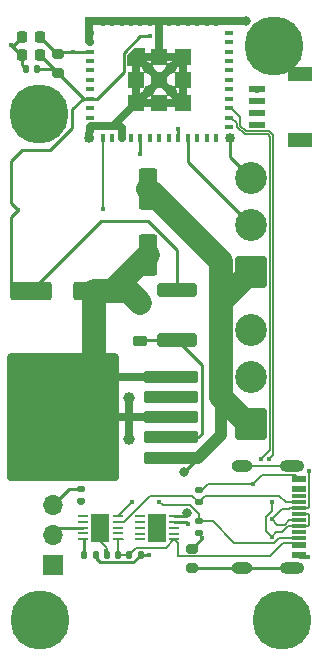
<source format=gtl>
G04 #@! TF.GenerationSoftware,KiCad,Pcbnew,7.0.9+1*
G04 #@! TF.CreationDate,2024-01-15T22:22:16-05:00*
G04 #@! TF.ProjectId,2812-32-mini,32383132-2d33-4322-9d6d-696e692e6b69,rev?*
G04 #@! TF.SameCoordinates,Original*
G04 #@! TF.FileFunction,Copper,L1,Top*
G04 #@! TF.FilePolarity,Positive*
%FSLAX46Y46*%
G04 Gerber Fmt 4.6, Leading zero omitted, Abs format (unit mm)*
G04 Created by KiCad (PCBNEW 7.0.9+1) date 2024-01-15 22:22:16*
%MOMM*%
%LPD*%
G01*
G04 APERTURE LIST*
G04 Aperture macros list*
%AMRoundRect*
0 Rectangle with rounded corners*
0 $1 Rounding radius*
0 $2 $3 $4 $5 $6 $7 $8 $9 X,Y pos of 4 corners*
0 Add a 4 corners polygon primitive as box body*
4,1,4,$2,$3,$4,$5,$6,$7,$8,$9,$2,$3,0*
0 Add four circle primitives for the rounded corners*
1,1,$1+$1,$2,$3*
1,1,$1+$1,$4,$5*
1,1,$1+$1,$6,$7*
1,1,$1+$1,$8,$9*
0 Add four rect primitives between the rounded corners*
20,1,$1+$1,$2,$3,$4,$5,0*
20,1,$1+$1,$4,$5,$6,$7,0*
20,1,$1+$1,$6,$7,$8,$9,0*
20,1,$1+$1,$8,$9,$2,$3,0*%
%AMFreePoly0*
4,1,6,0.725000,-0.725000,-0.725000,-0.725000,-0.725000,0.125000,-0.125000,0.725000,0.725000,0.725000,0.725000,-0.725000,0.725000,-0.725000,$1*%
G04 Aperture macros list end*
G04 #@! TA.AperFunction,SMDPad,CuDef*
%ADD10RoundRect,0.135000X0.185000X-0.135000X0.185000X0.135000X-0.185000X0.135000X-0.185000X-0.135000X0*%
G04 #@! TD*
G04 #@! TA.AperFunction,SMDPad,CuDef*
%ADD11RoundRect,0.250000X1.450000X-0.312500X1.450000X0.312500X-1.450000X0.312500X-1.450000X-0.312500X0*%
G04 #@! TD*
G04 #@! TA.AperFunction,ComponentPad*
%ADD12C,5.000000*%
G04 #@! TD*
G04 #@! TA.AperFunction,SMDPad,CuDef*
%ADD13R,0.800000X0.400000*%
G04 #@! TD*
G04 #@! TA.AperFunction,SMDPad,CuDef*
%ADD14R,0.400000X0.800000*%
G04 #@! TD*
G04 #@! TA.AperFunction,SMDPad,CuDef*
%ADD15FreePoly0,0.000000*%
G04 #@! TD*
G04 #@! TA.AperFunction,SMDPad,CuDef*
%ADD16R,1.450000X1.450000*%
G04 #@! TD*
G04 #@! TA.AperFunction,SMDPad,CuDef*
%ADD17R,0.700000X0.700000*%
G04 #@! TD*
G04 #@! TA.AperFunction,SMDPad,CuDef*
%ADD18RoundRect,0.140000X0.140000X0.170000X-0.140000X0.170000X-0.140000X-0.170000X0.140000X-0.170000X0*%
G04 #@! TD*
G04 #@! TA.AperFunction,SMDPad,CuDef*
%ADD19R,1.350000X0.600000*%
G04 #@! TD*
G04 #@! TA.AperFunction,SMDPad,CuDef*
%ADD20R,2.000000X1.200000*%
G04 #@! TD*
G04 #@! TA.AperFunction,SMDPad,CuDef*
%ADD21RoundRect,0.250000X2.050000X0.300000X-2.050000X0.300000X-2.050000X-0.300000X2.050000X-0.300000X0*%
G04 #@! TD*
G04 #@! TA.AperFunction,SMDPad,CuDef*
%ADD22RoundRect,0.250000X2.025000X2.375000X-2.025000X2.375000X-2.025000X-2.375000X2.025000X-2.375000X0*%
G04 #@! TD*
G04 #@! TA.AperFunction,SMDPad,CuDef*
%ADD23RoundRect,0.250002X4.449998X5.149998X-4.449998X5.149998X-4.449998X-5.149998X4.449998X-5.149998X0*%
G04 #@! TD*
G04 #@! TA.AperFunction,SMDPad,CuDef*
%ADD24RoundRect,0.225000X0.225000X0.250000X-0.225000X0.250000X-0.225000X-0.250000X0.225000X-0.250000X0*%
G04 #@! TD*
G04 #@! TA.AperFunction,SMDPad,CuDef*
%ADD25RoundRect,0.135000X-0.185000X0.135000X-0.185000X-0.135000X0.185000X-0.135000X0.185000X0.135000X0*%
G04 #@! TD*
G04 #@! TA.AperFunction,SMDPad,CuDef*
%ADD26RoundRect,0.225000X0.375000X-0.225000X0.375000X0.225000X-0.375000X0.225000X-0.375000X-0.225000X0*%
G04 #@! TD*
G04 #@! TA.AperFunction,ComponentPad*
%ADD27RoundRect,0.250001X1.099999X-1.099999X1.099999X1.099999X-1.099999X1.099999X-1.099999X-1.099999X0*%
G04 #@! TD*
G04 #@! TA.AperFunction,ComponentPad*
%ADD28C,2.700000*%
G04 #@! TD*
G04 #@! TA.AperFunction,SMDPad,CuDef*
%ADD29RoundRect,0.225000X-0.225000X-0.250000X0.225000X-0.250000X0.225000X0.250000X-0.225000X0.250000X0*%
G04 #@! TD*
G04 #@! TA.AperFunction,SMDPad,CuDef*
%ADD30RoundRect,0.200000X0.275000X-0.200000X0.275000X0.200000X-0.275000X0.200000X-0.275000X-0.200000X0*%
G04 #@! TD*
G04 #@! TA.AperFunction,SMDPad,CuDef*
%ADD31RoundRect,0.250000X-0.550000X1.500000X-0.550000X-1.500000X0.550000X-1.500000X0.550000X1.500000X0*%
G04 #@! TD*
G04 #@! TA.AperFunction,SMDPad,CuDef*
%ADD32RoundRect,0.135000X0.135000X0.185000X-0.135000X0.185000X-0.135000X-0.185000X0.135000X-0.185000X0*%
G04 #@! TD*
G04 #@! TA.AperFunction,SMDPad,CuDef*
%ADD33RoundRect,0.062500X0.350000X0.062500X-0.350000X0.062500X-0.350000X-0.062500X0.350000X-0.062500X0*%
G04 #@! TD*
G04 #@! TA.AperFunction,SMDPad,CuDef*
%ADD34R,1.580000X2.350000*%
G04 #@! TD*
G04 #@! TA.AperFunction,SMDPad,CuDef*
%ADD35R,1.240000X0.600000*%
G04 #@! TD*
G04 #@! TA.AperFunction,SMDPad,CuDef*
%ADD36R,1.240000X0.300000*%
G04 #@! TD*
G04 #@! TA.AperFunction,ComponentPad*
%ADD37O,2.100000X1.000000*%
G04 #@! TD*
G04 #@! TA.AperFunction,ComponentPad*
%ADD38O,1.800000X1.000000*%
G04 #@! TD*
G04 #@! TA.AperFunction,SMDPad,CuDef*
%ADD39RoundRect,0.250000X-1.500000X-0.550000X1.500000X-0.550000X1.500000X0.550000X-1.500000X0.550000X0*%
G04 #@! TD*
G04 #@! TA.AperFunction,SMDPad,CuDef*
%ADD40RoundRect,0.062500X0.362500X0.062500X-0.362500X0.062500X-0.362500X-0.062500X0.362500X-0.062500X0*%
G04 #@! TD*
G04 #@! TA.AperFunction,SMDPad,CuDef*
%ADD41R,1.650000X2.380000*%
G04 #@! TD*
G04 #@! TA.AperFunction,ComponentPad*
%ADD42R,1.700000X1.700000*%
G04 #@! TD*
G04 #@! TA.AperFunction,ComponentPad*
%ADD43O,1.700000X1.700000*%
G04 #@! TD*
G04 #@! TA.AperFunction,ViaPad*
%ADD44C,0.800000*%
G04 #@! TD*
G04 #@! TA.AperFunction,ViaPad*
%ADD45C,1.000000*%
G04 #@! TD*
G04 #@! TA.AperFunction,ViaPad*
%ADD46C,0.450000*%
G04 #@! TD*
G04 #@! TA.AperFunction,Conductor*
%ADD47C,0.660000*%
G04 #@! TD*
G04 #@! TA.AperFunction,Conductor*
%ADD48C,2.000000*%
G04 #@! TD*
G04 #@! TA.AperFunction,Conductor*
%ADD49C,0.127000*%
G04 #@! TD*
G04 #@! TA.AperFunction,Conductor*
%ADD50C,0.250000*%
G04 #@! TD*
G04 #@! TA.AperFunction,Conductor*
%ADD51C,1.000000*%
G04 #@! TD*
G04 APERTURE END LIST*
D10*
X93350000Y-62000000D03*
X93350000Y-60980000D03*
D11*
X91530000Y-45655000D03*
X91530000Y-41380000D03*
D12*
X79800000Y-26500000D03*
D13*
X84100000Y-19600000D03*
X84100000Y-20400000D03*
X84100000Y-21200000D03*
X84100000Y-22000000D03*
X84100000Y-22800000D03*
X84100000Y-23600000D03*
X84100000Y-24400000D03*
X84100000Y-25200000D03*
X84100000Y-26000000D03*
X84100000Y-26800000D03*
X84100000Y-27600000D03*
D14*
X85200000Y-28500000D03*
X86000000Y-28500000D03*
X86800000Y-28500000D03*
X87600000Y-28500000D03*
X88400000Y-28500000D03*
X89200000Y-28500000D03*
X90000000Y-28500000D03*
X90800000Y-28500000D03*
X91600000Y-28500000D03*
X92400000Y-28500000D03*
X93200000Y-28500000D03*
X94000000Y-28500000D03*
X94800000Y-28500000D03*
D13*
X95900000Y-27600000D03*
X95900000Y-26800000D03*
X95900000Y-26000000D03*
X95900000Y-25200000D03*
X95900000Y-24400000D03*
X95900000Y-23600000D03*
X95900000Y-22800000D03*
X95900000Y-22000000D03*
X95900000Y-21200000D03*
X95900000Y-20400000D03*
X95900000Y-19600000D03*
D14*
X94800000Y-18700000D03*
X94000000Y-18700000D03*
X93200000Y-18700000D03*
X92400000Y-18700000D03*
X91600000Y-18700000D03*
X90800000Y-18700000D03*
X90000000Y-18700000D03*
X89200000Y-18700000D03*
X88400000Y-18700000D03*
X87600000Y-18700000D03*
X86800000Y-18700000D03*
X86000000Y-18700000D03*
X85200000Y-18700000D03*
D15*
X88025000Y-21625000D03*
D16*
X88025000Y-23600000D03*
X88025000Y-25575000D03*
X90000000Y-21625000D03*
X90000000Y-23600000D03*
X90000000Y-25575000D03*
X91975000Y-21625000D03*
X91975000Y-23600000D03*
X91975000Y-25575000D03*
D17*
X95950000Y-18650000D03*
X95950000Y-28550000D03*
X84050000Y-28550000D03*
X84050000Y-18650000D03*
D18*
X79650000Y-22700000D03*
X78690000Y-22700000D03*
D12*
X99700000Y-20700000D03*
D19*
X98255000Y-27400000D03*
X98255000Y-26400000D03*
X98255000Y-25400000D03*
X98255000Y-24400000D03*
D20*
X101930000Y-23100000D03*
X101930000Y-28700000D03*
D12*
X79900000Y-69300000D03*
D21*
X91000000Y-55575000D03*
X91000000Y-53875000D03*
X91000000Y-52175000D03*
D22*
X84275000Y-54950000D03*
X84275000Y-49400000D03*
D23*
X81850000Y-52175000D03*
D22*
X79425000Y-54950000D03*
X79425000Y-49400000D03*
D21*
X91000000Y-50475000D03*
X91000000Y-48775000D03*
D24*
X79900000Y-21475000D03*
X78350000Y-21475000D03*
D25*
X83340000Y-58260000D03*
X83340000Y-59280000D03*
D26*
X88360000Y-45750000D03*
X88360000Y-42450000D03*
D27*
X97750000Y-39837500D03*
D28*
X97750000Y-35877500D03*
X97750000Y-31917500D03*
D29*
X78350000Y-19950000D03*
X79900000Y-19950000D03*
D30*
X92740000Y-64930000D03*
X92740000Y-63280000D03*
D25*
X93350000Y-58340000D03*
X93350000Y-59360000D03*
D31*
X89040000Y-32810000D03*
X89040000Y-38410000D03*
D32*
X88450000Y-63800000D03*
X87430000Y-63800000D03*
D27*
X97760000Y-52700000D03*
D28*
X97760000Y-48740000D03*
X97760000Y-44780000D03*
D33*
X91232500Y-62510000D03*
X91232500Y-62010000D03*
X91232500Y-61510000D03*
X91232500Y-61010000D03*
X91232500Y-60510000D03*
X88357500Y-60510000D03*
X88357500Y-61010000D03*
X88357500Y-61510000D03*
X88357500Y-62010000D03*
X88357500Y-62510000D03*
D34*
X89795000Y-61510000D03*
D18*
X86500000Y-63800000D03*
X85540000Y-63800000D03*
D35*
X101810000Y-57400000D03*
X101810000Y-58200000D03*
D36*
X101810000Y-59350000D03*
X101810000Y-60350000D03*
X101810000Y-60850000D03*
X101810000Y-61850000D03*
D35*
X101810000Y-63000000D03*
X101810000Y-63800000D03*
X101810000Y-63800000D03*
X101810000Y-63000000D03*
D36*
X101810000Y-62350000D03*
X101810000Y-61350000D03*
X101810000Y-59850000D03*
X101810000Y-58850000D03*
D35*
X101810000Y-58200000D03*
X101810000Y-57400000D03*
D37*
X101210000Y-56280000D03*
D38*
X97010000Y-56280000D03*
D37*
X101210000Y-64920000D03*
D38*
X97010000Y-64920000D03*
D30*
X81400000Y-23050000D03*
X81400000Y-21400000D03*
D12*
X100400000Y-69300000D03*
D39*
X79100000Y-41500000D03*
X84500000Y-41500000D03*
D40*
X86460000Y-62505000D03*
X86460000Y-62005000D03*
X86460000Y-61505000D03*
X86460000Y-61005000D03*
X86460000Y-60505000D03*
X83560000Y-60505000D03*
X83560000Y-61005000D03*
X83560000Y-61505000D03*
X83560000Y-62005000D03*
X83560000Y-62505000D03*
D41*
X85010000Y-61505000D03*
D42*
X81000000Y-64680000D03*
D43*
X81000000Y-62140000D03*
X81000000Y-59600000D03*
D32*
X84620000Y-63800000D03*
X83600000Y-63800000D03*
D44*
X97350000Y-18630000D03*
D45*
X89000000Y-22600000D03*
D46*
X102600000Y-64000000D03*
X93450000Y-58300000D03*
X98255000Y-27400000D03*
D45*
X87400000Y-50500000D03*
D46*
X101810000Y-57400000D03*
D44*
X95950000Y-28540000D03*
D45*
X89100000Y-24500000D03*
D44*
X84070000Y-28480000D03*
D45*
X84470000Y-41520000D03*
D46*
X83400000Y-59400000D03*
X85450000Y-63450000D03*
X97950000Y-57800000D03*
X93640000Y-62420000D03*
D45*
X87400000Y-54000000D03*
X91000000Y-24500000D03*
X91000000Y-22600000D03*
D46*
X77475000Y-20625000D03*
X99500000Y-60800000D03*
X102636500Y-56700000D03*
X99500000Y-59300000D03*
X99500000Y-62300000D03*
D44*
X92050000Y-56825000D03*
X92304017Y-60286860D03*
D46*
X90000000Y-59300000D03*
X87650000Y-59300000D03*
X98600000Y-55700000D03*
X99300000Y-55700000D03*
X98255000Y-26400000D03*
X89200000Y-19900000D03*
X78000000Y-34600000D03*
X82700000Y-21200000D03*
X88400000Y-29900000D03*
X95900000Y-22800000D03*
X95900000Y-23600000D03*
X85200000Y-34500000D03*
X98255000Y-25400000D03*
X91600000Y-27800000D03*
X90800000Y-28500000D03*
X98255000Y-24500000D03*
X101810000Y-63000000D03*
X102046500Y-58275498D03*
X92449635Y-61200000D03*
X89100000Y-63800000D03*
D47*
X88025000Y-25575000D02*
X86070000Y-27530000D01*
D48*
X84500000Y-41500000D02*
X85950000Y-41500000D01*
D49*
X94104000Y-57800000D02*
X93604000Y-58300000D01*
D47*
X95950000Y-18650000D02*
X96985000Y-18650000D01*
D49*
X98682500Y-57067500D02*
X97950000Y-57800000D01*
D47*
X89000000Y-22600000D02*
X90900000Y-24500000D01*
D50*
X102575000Y-63980000D02*
X102575000Y-64000000D01*
X101820000Y-63980000D02*
X102575000Y-63980000D01*
D47*
X90000000Y-21625000D02*
X90000000Y-18700000D01*
D50*
X77675000Y-20625000D02*
X78350000Y-19950000D01*
D48*
X84470000Y-41520000D02*
X84500000Y-49175000D01*
D47*
X91975000Y-21625000D02*
X91000000Y-22600000D01*
X86800000Y-27640000D02*
X86690000Y-27530000D01*
X86690000Y-27530000D02*
X86070000Y-27530000D01*
D48*
X84500000Y-41500000D02*
X87410000Y-41500000D01*
D47*
X95950000Y-18650000D02*
X84050000Y-18650000D01*
D50*
X78325000Y-21475000D02*
X77475000Y-20625000D01*
D47*
X84170000Y-27530000D02*
X84100000Y-27600000D01*
X84100000Y-28500000D02*
X84050000Y-28550000D01*
D50*
X95950000Y-28550000D02*
X95950000Y-28540000D01*
D47*
X88025000Y-21625000D02*
X91975000Y-21625000D01*
X88025000Y-21625000D02*
X89000000Y-22600000D01*
D50*
X78350000Y-21475000D02*
X78350000Y-22360000D01*
X95950000Y-28540000D02*
X95950000Y-30117500D01*
D49*
X101810000Y-57400000D02*
X101477500Y-57067500D01*
D50*
X78350000Y-22360000D02*
X78690000Y-22700000D01*
X78350000Y-21475000D02*
X78325000Y-21475000D01*
D48*
X87410000Y-41500000D02*
X88360000Y-42450000D01*
D50*
X92780000Y-63280000D02*
X93640000Y-62420000D01*
X92740000Y-63280000D02*
X92780000Y-63280000D01*
D47*
X86800000Y-28500000D02*
X86800000Y-27640000D01*
D49*
X97950000Y-57800000D02*
X94104000Y-57800000D01*
D47*
X91000000Y-24500000D02*
X91000000Y-24600000D01*
D49*
X101477500Y-57067500D02*
X98682500Y-57067500D01*
X85540000Y-63800000D02*
X85540000Y-63240000D01*
D47*
X91000000Y-52175000D02*
X81850000Y-52175000D01*
D50*
X77475000Y-20625000D02*
X77675000Y-20625000D01*
X95950000Y-30117500D02*
X97750000Y-31917500D01*
D47*
X84050000Y-18650000D02*
X84050000Y-20350000D01*
X84070000Y-28480000D02*
X84100000Y-28500000D01*
D48*
X85950000Y-41500000D02*
X89040000Y-38410000D01*
D49*
X85540000Y-63240000D02*
X84400000Y-62100000D01*
D47*
X91975000Y-21625000D02*
X91975000Y-25575000D01*
X97330000Y-18650000D02*
X97350000Y-18630000D01*
X84100000Y-27600000D02*
X84070000Y-28480000D01*
X89100000Y-24500000D02*
X88025000Y-25575000D01*
X91000000Y-48775000D02*
X84900000Y-48775000D01*
X84050000Y-20350000D02*
X84100000Y-20400000D01*
X90900000Y-24500000D02*
X91000000Y-24500000D01*
X91000000Y-24600000D02*
X91975000Y-25575000D01*
D48*
X84500000Y-49175000D02*
X84275000Y-49400000D01*
D47*
X88025000Y-25575000D02*
X91975000Y-25575000D01*
X96985000Y-18650000D02*
X97330000Y-18650000D01*
X84900000Y-48775000D02*
X84275000Y-49400000D01*
D48*
X84500000Y-41500000D02*
X84470000Y-41520000D01*
D47*
X88025000Y-21625000D02*
X88025000Y-25575000D01*
X86070000Y-27530000D02*
X84170000Y-27530000D01*
X87400000Y-50500000D02*
X87400000Y-54000000D01*
X91000000Y-22600000D02*
X89100000Y-24500000D01*
D49*
X102607000Y-59850000D02*
X101810000Y-59850000D01*
X100400000Y-59900000D02*
X99500000Y-60800000D01*
X102693500Y-59763500D02*
X102607000Y-59850000D01*
X101013000Y-59850000D02*
X100963000Y-59900000D01*
X102636500Y-56700000D02*
X102693500Y-56757000D01*
X100963000Y-59900000D02*
X100400000Y-59900000D01*
X99500000Y-60800000D02*
X99970000Y-61270000D01*
X100593000Y-61270000D02*
X101013000Y-60850000D01*
X102693500Y-56757000D02*
X102693500Y-59763500D01*
X101013000Y-60850000D02*
X101810000Y-60850000D01*
X101810000Y-59850000D02*
X101013000Y-59850000D01*
X99970000Y-61270000D02*
X100593000Y-61270000D01*
X99006500Y-61806500D02*
X99006500Y-60595585D01*
X100320000Y-61910000D02*
X99890000Y-61910000D01*
X102607000Y-60350000D02*
X102693500Y-60436500D01*
X99890000Y-61910000D02*
X99500000Y-62300000D01*
X102607000Y-61350000D02*
X101810000Y-61350000D01*
X99500000Y-60102085D02*
X99500000Y-59300000D01*
X99500000Y-62300000D02*
X99006500Y-61806500D01*
X100872210Y-61350000D02*
X101810000Y-61350000D01*
X102693500Y-60436500D02*
X102693500Y-61263500D01*
X99006500Y-60595585D02*
X99500000Y-60102085D01*
X102693500Y-61263500D02*
X102607000Y-61350000D01*
X100372210Y-61850000D02*
X100872210Y-61350000D01*
X101810000Y-60350000D02*
X102607000Y-60350000D01*
D51*
X95200000Y-50427500D02*
X95200000Y-53675000D01*
D50*
X91890000Y-60510000D02*
X92080877Y-60510000D01*
D51*
X95200000Y-53675000D02*
X93300000Y-55575000D01*
D48*
X95200000Y-42387500D02*
X95200000Y-50427500D01*
X95200000Y-50427500D02*
X97750000Y-52977500D01*
D51*
X93300000Y-55575000D02*
X91000000Y-55575000D01*
D48*
X95200000Y-38970000D02*
X95200000Y-42387500D01*
X97750000Y-39837500D02*
X95200000Y-42387500D01*
D50*
X92080877Y-60510000D02*
X92304017Y-60286860D01*
D48*
X89040000Y-32810000D02*
X95200000Y-38970000D01*
D50*
X91232500Y-60510000D02*
X91890000Y-60510000D01*
X92050000Y-56825000D02*
X93300000Y-55575000D01*
D49*
X86987234Y-61005000D02*
X86460000Y-61005000D01*
X100690000Y-59350000D02*
X101810000Y-59350000D01*
X89196117Y-58796117D02*
X88996117Y-58996117D01*
X93903500Y-58806500D02*
X100146500Y-58806500D01*
X93350000Y-59360000D02*
X93903500Y-58806500D01*
X92786117Y-58796117D02*
X89196117Y-58796117D01*
X88996117Y-58996117D02*
X86987234Y-61005000D01*
X93350000Y-59360000D02*
X92786117Y-58796117D01*
X100146500Y-58806500D02*
X100690000Y-59350000D01*
X94504516Y-60980000D02*
X96318016Y-62793500D01*
X101810000Y-62350000D02*
X100147915Y-62350000D01*
X92623360Y-59623360D02*
X90323360Y-59623360D01*
X99704415Y-62793500D02*
X96318016Y-62793500D01*
X90323360Y-59623360D02*
X90000000Y-59300000D01*
X100147915Y-62350000D02*
X99704415Y-62793500D01*
X93350000Y-60980000D02*
X94504516Y-60980000D01*
X86460000Y-60505000D02*
X87650000Y-59315000D01*
X93350000Y-60980000D02*
X93350000Y-60350000D01*
X93350000Y-60350000D02*
X92623360Y-59623360D01*
X87650000Y-59315000D02*
X87650000Y-59300000D01*
D50*
X92740000Y-64930000D02*
X97000000Y-64930000D01*
X97010000Y-64920000D02*
X101210000Y-64920000D01*
X97000000Y-64930000D02*
X97010000Y-64920000D01*
D49*
X101210000Y-56280000D02*
X97010000Y-56280000D01*
X97211290Y-28217500D02*
X96563500Y-27569710D01*
X99373500Y-28413500D02*
X99177500Y-28217500D01*
X99373500Y-54926500D02*
X99373500Y-28413500D01*
X96100000Y-26800000D02*
X95900000Y-26800000D01*
X99177500Y-28217500D02*
X97211290Y-28217500D01*
X96563500Y-27263500D02*
X96100000Y-26800000D01*
X96563500Y-27569710D02*
X96563500Y-27263500D01*
X98600000Y-55700000D02*
X99373500Y-54926500D01*
X96100000Y-26000000D02*
X96817500Y-26717500D01*
X97316500Y-27963500D02*
X99296500Y-27963500D01*
X99300000Y-27960000D02*
X99627500Y-28287500D01*
X99627500Y-55372500D02*
X99300000Y-55700000D01*
X96817500Y-26717500D02*
X96817500Y-27464500D01*
X95900000Y-26000000D02*
X96100000Y-26000000D01*
X99296500Y-27963500D02*
X99300000Y-27960000D01*
X96817500Y-27464500D02*
X97316500Y-27963500D01*
X99627500Y-28287500D02*
X99627500Y-55372500D01*
D50*
X79650000Y-22700000D02*
X81050000Y-22700000D01*
X82625000Y-26085000D02*
X82625000Y-27670154D01*
X84750000Y-25200000D02*
X86975000Y-22975000D01*
X83510000Y-25200000D02*
X84100000Y-25200000D01*
X86975000Y-21325000D02*
X88400000Y-19900000D01*
X80741604Y-29553550D02*
X78376155Y-29553550D01*
X77458550Y-34058550D02*
X77458550Y-30471155D01*
X80565295Y-40050000D02*
X80550000Y-40050000D01*
X77425000Y-40175000D02*
X77425000Y-40300000D01*
X78000000Y-34600000D02*
X77458550Y-34058550D01*
X91530000Y-38029900D02*
X89051255Y-35551155D01*
X83625000Y-25200000D02*
X84100000Y-25200000D01*
X86975000Y-22975000D02*
X86975000Y-21325000D01*
X77525000Y-41500000D02*
X77425000Y-41600000D01*
X83510000Y-25200000D02*
X82625000Y-26085000D01*
X77425000Y-40300000D02*
X77425000Y-41075000D01*
X91530000Y-41380000D02*
X91530000Y-38029900D01*
X82625000Y-27670154D02*
X80741604Y-29553550D01*
X78376155Y-29553550D02*
X77458550Y-30471155D01*
X77425000Y-41075000D02*
X77425000Y-41600000D01*
X77425000Y-35175000D02*
X77425000Y-40175000D01*
X78000000Y-34600000D02*
X77425000Y-35175000D01*
X79100000Y-41500000D02*
X77525000Y-41500000D01*
X89051255Y-35551155D02*
X85064140Y-35551155D01*
X85064140Y-35551155D02*
X80565295Y-40050000D01*
X79900000Y-21475000D02*
X83625000Y-25200000D01*
X79100000Y-41500000D02*
X80550000Y-40050000D01*
X88400000Y-19900000D02*
X89200000Y-19900000D01*
X84100000Y-25200000D02*
X84750000Y-25200000D01*
X81050000Y-22700000D02*
X81400000Y-23050000D01*
X79900000Y-19950000D02*
X81150000Y-21200000D01*
X82700000Y-21200000D02*
X84100000Y-21200000D01*
X81150000Y-21200000D02*
X82700000Y-21200000D01*
X88400000Y-29900000D02*
X88400000Y-28500000D01*
D49*
X85200000Y-34500000D02*
X85200000Y-28500000D01*
D50*
X92400000Y-30527500D02*
X92400000Y-28500000D01*
X97750000Y-35877500D02*
X92400000Y-30527500D01*
X93625000Y-47750000D02*
X93625000Y-53550000D01*
X91530000Y-45655000D02*
X93625000Y-47750000D01*
X93300000Y-53875000D02*
X91000000Y-53875000D01*
X93625000Y-53550000D02*
X93300000Y-53875000D01*
X88455000Y-45655000D02*
X88360000Y-45750000D01*
X91530000Y-45655000D02*
X88455000Y-45655000D01*
X91600000Y-28500000D02*
X91600000Y-27800000D01*
X98255000Y-24400000D02*
X98255000Y-24500000D01*
D49*
X86500000Y-63800000D02*
X86500000Y-62545000D01*
X87430000Y-63800000D02*
X86500000Y-63800000D01*
X87430000Y-63800000D02*
X88013500Y-63216500D01*
X86500000Y-62545000D02*
X86460000Y-62505000D01*
X90526000Y-63216500D02*
X91232500Y-62510000D01*
X101657500Y-62847500D02*
X101810000Y-63000000D01*
X88013500Y-63216500D02*
X90526000Y-63216500D01*
X91566000Y-63943500D02*
X99327868Y-63943500D01*
X101810000Y-58200000D02*
X101971002Y-58200000D01*
X91566000Y-62843500D02*
X91566000Y-63943500D01*
X86460000Y-62505000D02*
X86884999Y-62505000D01*
X100423868Y-62847500D02*
X101657500Y-62847500D01*
X99327868Y-63943500D02*
X100423868Y-62847500D01*
X91232500Y-62510000D02*
X91566000Y-62843500D01*
X101971002Y-58200000D02*
X102046500Y-58275498D01*
D50*
X83600000Y-63800000D02*
X83600000Y-62545000D01*
X83600000Y-62545000D02*
X83560000Y-62505000D01*
X84950001Y-64450000D02*
X87800000Y-64450000D01*
X92259635Y-61010000D02*
X92449635Y-61200000D01*
X91232500Y-61010000D02*
X92259635Y-61010000D01*
X84620000Y-64119999D02*
X84950001Y-64450000D01*
X84620000Y-63800000D02*
X84620000Y-64119999D01*
X89100000Y-63800000D02*
X88450000Y-63800000D01*
X87800000Y-64450000D02*
X88450000Y-63800000D01*
X81000000Y-59600000D02*
X82340000Y-58260000D01*
X82340000Y-58260000D02*
X83340000Y-58260000D01*
X83560000Y-61505000D02*
X81635000Y-61505000D01*
D49*
X81465000Y-62605000D02*
X81000000Y-62140000D01*
D50*
X81635000Y-61505000D02*
X81000000Y-62140000D01*
D49*
X81005000Y-62135000D02*
X81000000Y-62140000D01*
M02*

</source>
